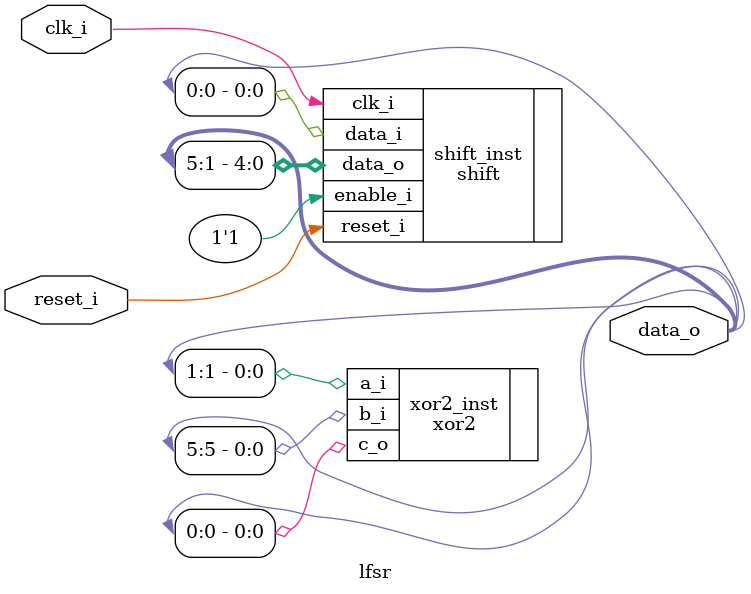
<source format=sv>
module lfsr
   (input [0:0] clk_i
   ,input [0:0] reset_i
   ,output [5:0] data_o);
   
   parameter depth_p = 6;
   parameter [5:0] reset_val_p = 6'b000001; 
 
   shift
    #(depth_p, reset_val_p)
   shift_inst
    (.clk_i(clk_i)
    ,.reset_i(reset_i)
    ,.data_i(data_o[0])
    ,.enable_i(1'b1)
    ,.data_o(data_o[5:1])
    );

    xor2
     #()
    xor2_inst
     (.a_i(data_o[1])
     ,.b_i(data_o[5])
     ,.c_o(data_o[0])
     );

endmodule

</source>
